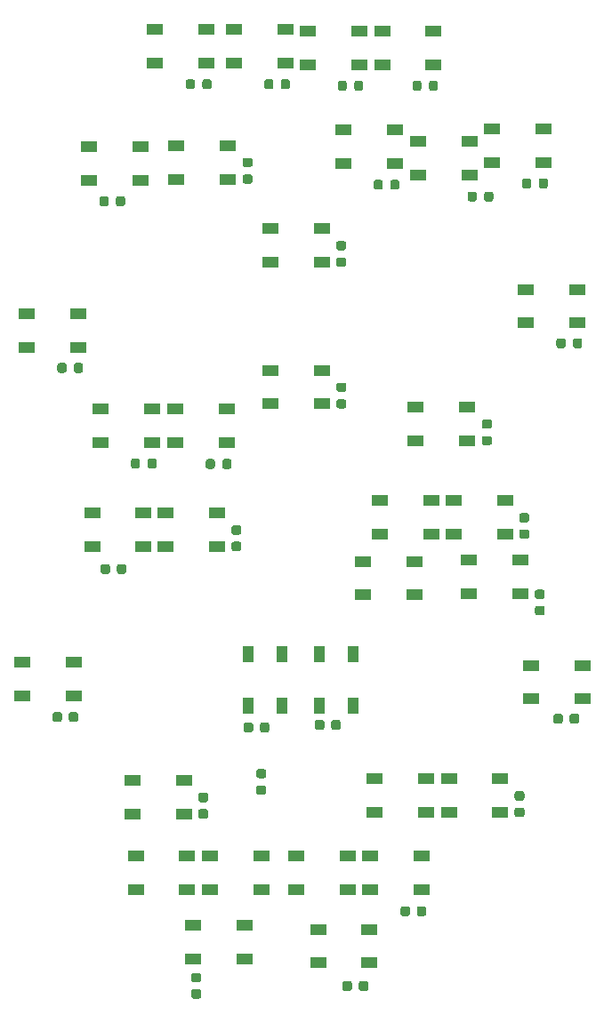
<source format=gbr>
%TF.GenerationSoftware,KiCad,Pcbnew,(5.1.10)-1*%
%TF.CreationDate,2021-11-16T18:51:37+11:00*%
%TF.ProjectId,SIM PWR PCB V3,53494d20-5057-4522-9050-43422056332e,rev?*%
%TF.SameCoordinates,Original*%
%TF.FileFunction,Paste,Top*%
%TF.FilePolarity,Positive*%
%FSLAX46Y46*%
G04 Gerber Fmt 4.6, Leading zero omitted, Abs format (unit mm)*
G04 Created by KiCad (PCBNEW (5.1.10)-1) date 2021-11-16 18:51:37*
%MOMM*%
%LPD*%
G01*
G04 APERTURE LIST*
%ADD10R,1.500000X1.000000*%
%ADD11R,1.000000X1.500000*%
G04 APERTURE END LIST*
%TO.C,C30*%
G36*
G01*
X243380000Y-143110000D02*
X243380000Y-142610000D01*
G75*
G02*
X243605000Y-142385000I225000J0D01*
G01*
X244055000Y-142385000D01*
G75*
G02*
X244280000Y-142610000I0J-225000D01*
G01*
X244280000Y-143110000D01*
G75*
G02*
X244055000Y-143335000I-225000J0D01*
G01*
X243605000Y-143335000D01*
G75*
G02*
X243380000Y-143110000I0J225000D01*
G01*
G37*
G36*
G01*
X241830000Y-143110000D02*
X241830000Y-142610000D01*
G75*
G02*
X242055000Y-142385000I225000J0D01*
G01*
X242505000Y-142385000D01*
G75*
G02*
X242730000Y-142610000I0J-225000D01*
G01*
X242730000Y-143110000D01*
G75*
G02*
X242505000Y-143335000I-225000J0D01*
G01*
X242055000Y-143335000D01*
G75*
G02*
X241830000Y-143110000I0J225000D01*
G01*
G37*
%TD*%
%TO.C,C29*%
G36*
G01*
X248900000Y-135975000D02*
X248900000Y-135475000D01*
G75*
G02*
X249125000Y-135250000I225000J0D01*
G01*
X249575000Y-135250000D01*
G75*
G02*
X249800000Y-135475000I0J-225000D01*
G01*
X249800000Y-135975000D01*
G75*
G02*
X249575000Y-136200000I-225000J0D01*
G01*
X249125000Y-136200000D01*
G75*
G02*
X248900000Y-135975000I0J225000D01*
G01*
G37*
G36*
G01*
X247350000Y-135975000D02*
X247350000Y-135475000D01*
G75*
G02*
X247575000Y-135250000I225000J0D01*
G01*
X248025000Y-135250000D01*
G75*
G02*
X248250000Y-135475000I0J-225000D01*
G01*
X248250000Y-135975000D01*
G75*
G02*
X248025000Y-136200000I-225000J0D01*
G01*
X247575000Y-136200000D01*
G75*
G02*
X247350000Y-135975000I0J225000D01*
G01*
G37*
%TD*%
%TO.C,C28*%
G36*
G01*
X228160000Y-142505000D02*
X227660000Y-142505000D01*
G75*
G02*
X227435000Y-142280000I0J225000D01*
G01*
X227435000Y-141830000D01*
G75*
G02*
X227660000Y-141605000I225000J0D01*
G01*
X228160000Y-141605000D01*
G75*
G02*
X228385000Y-141830000I0J-225000D01*
G01*
X228385000Y-142280000D01*
G75*
G02*
X228160000Y-142505000I-225000J0D01*
G01*
G37*
G36*
G01*
X228160000Y-144055000D02*
X227660000Y-144055000D01*
G75*
G02*
X227435000Y-143830000I0J225000D01*
G01*
X227435000Y-143380000D01*
G75*
G02*
X227660000Y-143155000I225000J0D01*
G01*
X228160000Y-143155000D01*
G75*
G02*
X228385000Y-143380000I0J-225000D01*
G01*
X228385000Y-143830000D01*
G75*
G02*
X228160000Y-144055000I-225000J0D01*
G01*
G37*
%TD*%
%TO.C,C27*%
G36*
G01*
X228325000Y-126000000D02*
X228825000Y-126000000D01*
G75*
G02*
X229050000Y-126225000I0J-225000D01*
G01*
X229050000Y-126675000D01*
G75*
G02*
X228825000Y-126900000I-225000J0D01*
G01*
X228325000Y-126900000D01*
G75*
G02*
X228100000Y-126675000I0J225000D01*
G01*
X228100000Y-126225000D01*
G75*
G02*
X228325000Y-126000000I225000J0D01*
G01*
G37*
G36*
G01*
X228325000Y-124450000D02*
X228825000Y-124450000D01*
G75*
G02*
X229050000Y-124675000I0J-225000D01*
G01*
X229050000Y-125125000D01*
G75*
G02*
X228825000Y-125350000I-225000J0D01*
G01*
X228325000Y-125350000D01*
G75*
G02*
X228100000Y-125125000I0J225000D01*
G01*
X228100000Y-124675000D01*
G75*
G02*
X228325000Y-124450000I225000J0D01*
G01*
G37*
%TD*%
%TO.C,C26*%
G36*
G01*
X215775000Y-117475000D02*
X215775000Y-116975000D01*
G75*
G02*
X216000000Y-116750000I225000J0D01*
G01*
X216450000Y-116750000D01*
G75*
G02*
X216675000Y-116975000I0J-225000D01*
G01*
X216675000Y-117475000D01*
G75*
G02*
X216450000Y-117700000I-225000J0D01*
G01*
X216000000Y-117700000D01*
G75*
G02*
X215775000Y-117475000I0J225000D01*
G01*
G37*
G36*
G01*
X214225000Y-117475000D02*
X214225000Y-116975000D01*
G75*
G02*
X214450000Y-116750000I225000J0D01*
G01*
X214900000Y-116750000D01*
G75*
G02*
X215125000Y-116975000I0J-225000D01*
G01*
X215125000Y-117475000D01*
G75*
G02*
X214900000Y-117700000I-225000J0D01*
G01*
X214450000Y-117700000D01*
G75*
G02*
X214225000Y-117475000I0J225000D01*
G01*
G37*
%TD*%
%TO.C,C25*%
G36*
G01*
X240100000Y-117725000D02*
X240100000Y-118225000D01*
G75*
G02*
X239875000Y-118450000I-225000J0D01*
G01*
X239425000Y-118450000D01*
G75*
G02*
X239200000Y-118225000I0J225000D01*
G01*
X239200000Y-117725000D01*
G75*
G02*
X239425000Y-117500000I225000J0D01*
G01*
X239875000Y-117500000D01*
G75*
G02*
X240100000Y-117725000I0J-225000D01*
G01*
G37*
G36*
G01*
X241650000Y-117725000D02*
X241650000Y-118225000D01*
G75*
G02*
X241425000Y-118450000I-225000J0D01*
G01*
X240975000Y-118450000D01*
G75*
G02*
X240750000Y-118225000I0J225000D01*
G01*
X240750000Y-117725000D01*
G75*
G02*
X240975000Y-117500000I225000J0D01*
G01*
X241425000Y-117500000D01*
G75*
G02*
X241650000Y-117725000I0J-225000D01*
G01*
G37*
%TD*%
%TO.C,C24*%
G36*
G01*
X233325000Y-117975000D02*
X233325000Y-118475000D01*
G75*
G02*
X233100000Y-118700000I-225000J0D01*
G01*
X232650000Y-118700000D01*
G75*
G02*
X232425000Y-118475000I0J225000D01*
G01*
X232425000Y-117975000D01*
G75*
G02*
X232650000Y-117750000I225000J0D01*
G01*
X233100000Y-117750000D01*
G75*
G02*
X233325000Y-117975000I0J-225000D01*
G01*
G37*
G36*
G01*
X234875000Y-117975000D02*
X234875000Y-118475000D01*
G75*
G02*
X234650000Y-118700000I-225000J0D01*
G01*
X234200000Y-118700000D01*
G75*
G02*
X233975000Y-118475000I0J225000D01*
G01*
X233975000Y-117975000D01*
G75*
G02*
X234200000Y-117750000I225000J0D01*
G01*
X234650000Y-117750000D01*
G75*
G02*
X234875000Y-117975000I0J-225000D01*
G01*
G37*
%TD*%
%TO.C,C23*%
G36*
G01*
X258425000Y-125850000D02*
X258925000Y-125850000D01*
G75*
G02*
X259150000Y-126075000I0J-225000D01*
G01*
X259150000Y-126525000D01*
G75*
G02*
X258925000Y-126750000I-225000J0D01*
G01*
X258425000Y-126750000D01*
G75*
G02*
X258200000Y-126525000I0J225000D01*
G01*
X258200000Y-126075000D01*
G75*
G02*
X258425000Y-125850000I225000J0D01*
G01*
G37*
G36*
G01*
X258425000Y-124300000D02*
X258925000Y-124300000D01*
G75*
G02*
X259150000Y-124525000I0J-225000D01*
G01*
X259150000Y-124975000D01*
G75*
G02*
X258925000Y-125200000I-225000J0D01*
G01*
X258425000Y-125200000D01*
G75*
G02*
X258200000Y-124975000I0J225000D01*
G01*
X258200000Y-124525000D01*
G75*
G02*
X258425000Y-124300000I225000J0D01*
G01*
G37*
%TD*%
%TO.C,C22*%
G36*
G01*
X263450000Y-117640000D02*
X263450000Y-117140000D01*
G75*
G02*
X263675000Y-116915000I225000J0D01*
G01*
X264125000Y-116915000D01*
G75*
G02*
X264350000Y-117140000I0J-225000D01*
G01*
X264350000Y-117640000D01*
G75*
G02*
X264125000Y-117865000I-225000J0D01*
G01*
X263675000Y-117865000D01*
G75*
G02*
X263450000Y-117640000I0J225000D01*
G01*
G37*
G36*
G01*
X261900000Y-117640000D02*
X261900000Y-117140000D01*
G75*
G02*
X262125000Y-116915000I225000J0D01*
G01*
X262575000Y-116915000D01*
G75*
G02*
X262800000Y-117140000I0J-225000D01*
G01*
X262800000Y-117640000D01*
G75*
G02*
X262575000Y-117865000I-225000J0D01*
G01*
X262125000Y-117865000D01*
G75*
G02*
X261900000Y-117640000I0J225000D01*
G01*
G37*
%TD*%
%TO.C,C21*%
G36*
G01*
X260860000Y-105990000D02*
X260360000Y-105990000D01*
G75*
G02*
X260135000Y-105765000I0J225000D01*
G01*
X260135000Y-105315000D01*
G75*
G02*
X260360000Y-105090000I225000J0D01*
G01*
X260860000Y-105090000D01*
G75*
G02*
X261085000Y-105315000I0J-225000D01*
G01*
X261085000Y-105765000D01*
G75*
G02*
X260860000Y-105990000I-225000J0D01*
G01*
G37*
G36*
G01*
X260860000Y-107540000D02*
X260360000Y-107540000D01*
G75*
G02*
X260135000Y-107315000I0J225000D01*
G01*
X260135000Y-106865000D01*
G75*
G02*
X260360000Y-106640000I225000J0D01*
G01*
X260860000Y-106640000D01*
G75*
G02*
X261085000Y-106865000I0J-225000D01*
G01*
X261085000Y-107315000D01*
G75*
G02*
X260860000Y-107540000I-225000J0D01*
G01*
G37*
%TD*%
%TO.C,C20*%
G36*
G01*
X258875000Y-99350000D02*
X259375000Y-99350000D01*
G75*
G02*
X259600000Y-99575000I0J-225000D01*
G01*
X259600000Y-100025000D01*
G75*
G02*
X259375000Y-100250000I-225000J0D01*
G01*
X258875000Y-100250000D01*
G75*
G02*
X258650000Y-100025000I0J225000D01*
G01*
X258650000Y-99575000D01*
G75*
G02*
X258875000Y-99350000I225000J0D01*
G01*
G37*
G36*
G01*
X258875000Y-97800000D02*
X259375000Y-97800000D01*
G75*
G02*
X259600000Y-98025000I0J-225000D01*
G01*
X259600000Y-98475000D01*
G75*
G02*
X259375000Y-98700000I-225000J0D01*
G01*
X258875000Y-98700000D01*
G75*
G02*
X258650000Y-98475000I0J225000D01*
G01*
X258650000Y-98025000D01*
G75*
G02*
X258875000Y-97800000I225000J0D01*
G01*
G37*
%TD*%
%TO.C,C19*%
G36*
G01*
X231475000Y-100525000D02*
X231975000Y-100525000D01*
G75*
G02*
X232200000Y-100750000I0J-225000D01*
G01*
X232200000Y-101200000D01*
G75*
G02*
X231975000Y-101425000I-225000J0D01*
G01*
X231475000Y-101425000D01*
G75*
G02*
X231250000Y-101200000I0J225000D01*
G01*
X231250000Y-100750000D01*
G75*
G02*
X231475000Y-100525000I225000J0D01*
G01*
G37*
G36*
G01*
X231475000Y-98975000D02*
X231975000Y-98975000D01*
G75*
G02*
X232200000Y-99200000I0J-225000D01*
G01*
X232200000Y-99650000D01*
G75*
G02*
X231975000Y-99875000I-225000J0D01*
G01*
X231475000Y-99875000D01*
G75*
G02*
X231250000Y-99650000I0J225000D01*
G01*
X231250000Y-99200000D01*
G75*
G02*
X231475000Y-98975000I225000J0D01*
G01*
G37*
%TD*%
%TO.C,C18*%
G36*
G01*
X220350000Y-103375000D02*
X220350000Y-102875000D01*
G75*
G02*
X220575000Y-102650000I225000J0D01*
G01*
X221025000Y-102650000D01*
G75*
G02*
X221250000Y-102875000I0J-225000D01*
G01*
X221250000Y-103375000D01*
G75*
G02*
X221025000Y-103600000I-225000J0D01*
G01*
X220575000Y-103600000D01*
G75*
G02*
X220350000Y-103375000I0J225000D01*
G01*
G37*
G36*
G01*
X218800000Y-103375000D02*
X218800000Y-102875000D01*
G75*
G02*
X219025000Y-102650000I225000J0D01*
G01*
X219475000Y-102650000D01*
G75*
G02*
X219700000Y-102875000I0J-225000D01*
G01*
X219700000Y-103375000D01*
G75*
G02*
X219475000Y-103600000I-225000J0D01*
G01*
X219025000Y-103600000D01*
G75*
G02*
X218800000Y-103375000I0J225000D01*
G01*
G37*
%TD*%
D10*
%TO.C,D35*%
X239500000Y-137450000D03*
X239500000Y-140650000D03*
X244400000Y-137450000D03*
X244400000Y-140650000D03*
%TD*%
%TO.C,D34*%
X244450000Y-130500000D03*
X244450000Y-133700000D03*
X249350000Y-130500000D03*
X249350000Y-133700000D03*
%TD*%
%TO.C,R1*%
G36*
G01*
X233834750Y-123753000D02*
X234347250Y-123753000D01*
G75*
G02*
X234566000Y-123971750I0J-218750D01*
G01*
X234566000Y-124409250D01*
G75*
G02*
X234347250Y-124628000I-218750J0D01*
G01*
X233834750Y-124628000D01*
G75*
G02*
X233616000Y-124409250I0J218750D01*
G01*
X233616000Y-123971750D01*
G75*
G02*
X233834750Y-123753000I218750J0D01*
G01*
G37*
G36*
G01*
X233834750Y-122178000D02*
X234347250Y-122178000D01*
G75*
G02*
X234566000Y-122396750I0J-218750D01*
G01*
X234566000Y-122834250D01*
G75*
G02*
X234347250Y-123053000I-218750J0D01*
G01*
X233834750Y-123053000D01*
G75*
G02*
X233616000Y-122834250I0J218750D01*
G01*
X233616000Y-122396750D01*
G75*
G02*
X233834750Y-122178000I218750J0D01*
G01*
G37*
%TD*%
%TO.C,C17*%
G36*
G01*
X223262000Y-93331250D02*
X223262000Y-92818750D01*
G75*
G02*
X223480750Y-92600000I218750J0D01*
G01*
X223918250Y-92600000D01*
G75*
G02*
X224137000Y-92818750I0J-218750D01*
G01*
X224137000Y-93331250D01*
G75*
G02*
X223918250Y-93550000I-218750J0D01*
G01*
X223480750Y-93550000D01*
G75*
G02*
X223262000Y-93331250I0J218750D01*
G01*
G37*
G36*
G01*
X221687000Y-93331250D02*
X221687000Y-92818750D01*
G75*
G02*
X221905750Y-92600000I218750J0D01*
G01*
X222343250Y-92600000D01*
G75*
G02*
X222562000Y-92818750I0J-218750D01*
G01*
X222562000Y-93331250D01*
G75*
G02*
X222343250Y-93550000I-218750J0D01*
G01*
X221905750Y-93550000D01*
G75*
G02*
X221687000Y-93331250I0J218750D01*
G01*
G37*
%TD*%
%TO.C,C16*%
G36*
G01*
X230388000Y-93381250D02*
X230388000Y-92868750D01*
G75*
G02*
X230606750Y-92650000I218750J0D01*
G01*
X231044250Y-92650000D01*
G75*
G02*
X231263000Y-92868750I0J-218750D01*
G01*
X231263000Y-93381250D01*
G75*
G02*
X231044250Y-93600000I-218750J0D01*
G01*
X230606750Y-93600000D01*
G75*
G02*
X230388000Y-93381250I0J218750D01*
G01*
G37*
G36*
G01*
X228813000Y-93381250D02*
X228813000Y-92868750D01*
G75*
G02*
X229031750Y-92650000I218750J0D01*
G01*
X229469250Y-92650000D01*
G75*
G02*
X229688000Y-92868750I0J-218750D01*
G01*
X229688000Y-93381250D01*
G75*
G02*
X229469250Y-93600000I-218750J0D01*
G01*
X229031750Y-93600000D01*
G75*
G02*
X228813000Y-93381250I0J218750D01*
G01*
G37*
%TD*%
%TO.C,C15*%
G36*
G01*
X255318750Y-90462500D02*
X255831250Y-90462500D01*
G75*
G02*
X256050000Y-90681250I0J-218750D01*
G01*
X256050000Y-91118750D01*
G75*
G02*
X255831250Y-91337500I-218750J0D01*
G01*
X255318750Y-91337500D01*
G75*
G02*
X255100000Y-91118750I0J218750D01*
G01*
X255100000Y-90681250D01*
G75*
G02*
X255318750Y-90462500I218750J0D01*
G01*
G37*
G36*
G01*
X255318750Y-88887500D02*
X255831250Y-88887500D01*
G75*
G02*
X256050000Y-89106250I0J-218750D01*
G01*
X256050000Y-89543750D01*
G75*
G02*
X255831250Y-89762500I-218750J0D01*
G01*
X255318750Y-89762500D01*
G75*
G02*
X255100000Y-89543750I0J218750D01*
G01*
X255100000Y-89106250D01*
G75*
G02*
X255318750Y-88887500I218750J0D01*
G01*
G37*
%TD*%
%TO.C,C14*%
G36*
G01*
X241468750Y-86962500D02*
X241981250Y-86962500D01*
G75*
G02*
X242200000Y-87181250I0J-218750D01*
G01*
X242200000Y-87618750D01*
G75*
G02*
X241981250Y-87837500I-218750J0D01*
G01*
X241468750Y-87837500D01*
G75*
G02*
X241250000Y-87618750I0J218750D01*
G01*
X241250000Y-87181250D01*
G75*
G02*
X241468750Y-86962500I218750J0D01*
G01*
G37*
G36*
G01*
X241468750Y-85387500D02*
X241981250Y-85387500D01*
G75*
G02*
X242200000Y-85606250I0J-218750D01*
G01*
X242200000Y-86043750D01*
G75*
G02*
X241981250Y-86262500I-218750J0D01*
G01*
X241468750Y-86262500D01*
G75*
G02*
X241250000Y-86043750I0J218750D01*
G01*
X241250000Y-85606250D01*
G75*
G02*
X241468750Y-85387500I218750J0D01*
G01*
G37*
%TD*%
%TO.C,C13*%
G36*
G01*
X263762000Y-81881250D02*
X263762000Y-81368750D01*
G75*
G02*
X263980750Y-81150000I218750J0D01*
G01*
X264418250Y-81150000D01*
G75*
G02*
X264637000Y-81368750I0J-218750D01*
G01*
X264637000Y-81881250D01*
G75*
G02*
X264418250Y-82100000I-218750J0D01*
G01*
X263980750Y-82100000D01*
G75*
G02*
X263762000Y-81881250I0J218750D01*
G01*
G37*
G36*
G01*
X262187000Y-81881250D02*
X262187000Y-81368750D01*
G75*
G02*
X262405750Y-81150000I218750J0D01*
G01*
X262843250Y-81150000D01*
G75*
G02*
X263062000Y-81368750I0J-218750D01*
G01*
X263062000Y-81881250D01*
G75*
G02*
X262843250Y-82100000I-218750J0D01*
G01*
X262405750Y-82100000D01*
G75*
G02*
X262187000Y-81881250I0J218750D01*
G01*
G37*
%TD*%
%TO.C,C12*%
G36*
G01*
X216262000Y-84231250D02*
X216262000Y-83718750D01*
G75*
G02*
X216480750Y-83500000I218750J0D01*
G01*
X216918250Y-83500000D01*
G75*
G02*
X217137000Y-83718750I0J-218750D01*
G01*
X217137000Y-84231250D01*
G75*
G02*
X216918250Y-84450000I-218750J0D01*
G01*
X216480750Y-84450000D01*
G75*
G02*
X216262000Y-84231250I0J218750D01*
G01*
G37*
G36*
G01*
X214687000Y-84231250D02*
X214687000Y-83718750D01*
G75*
G02*
X214905750Y-83500000I218750J0D01*
G01*
X215343250Y-83500000D01*
G75*
G02*
X215562000Y-83718750I0J-218750D01*
G01*
X215562000Y-84231250D01*
G75*
G02*
X215343250Y-84450000I-218750J0D01*
G01*
X214905750Y-84450000D01*
G75*
G02*
X214687000Y-84231250I0J218750D01*
G01*
G37*
%TD*%
%TO.C,C11*%
G36*
G01*
X260500000Y-66656250D02*
X260500000Y-66143750D01*
G75*
G02*
X260718750Y-65925000I218750J0D01*
G01*
X261156250Y-65925000D01*
G75*
G02*
X261375000Y-66143750I0J-218750D01*
G01*
X261375000Y-66656250D01*
G75*
G02*
X261156250Y-66875000I-218750J0D01*
G01*
X260718750Y-66875000D01*
G75*
G02*
X260500000Y-66656250I0J218750D01*
G01*
G37*
G36*
G01*
X258925000Y-66656250D02*
X258925000Y-66143750D01*
G75*
G02*
X259143750Y-65925000I218750J0D01*
G01*
X259581250Y-65925000D01*
G75*
G02*
X259800000Y-66143750I0J-218750D01*
G01*
X259800000Y-66656250D01*
G75*
G02*
X259581250Y-66875000I-218750J0D01*
G01*
X259143750Y-66875000D01*
G75*
G02*
X258925000Y-66656250I0J218750D01*
G01*
G37*
%TD*%
%TO.C,C10*%
G36*
G01*
X254612000Y-67393750D02*
X254612000Y-67906250D01*
G75*
G02*
X254393250Y-68125000I-218750J0D01*
G01*
X253955750Y-68125000D01*
G75*
G02*
X253737000Y-67906250I0J218750D01*
G01*
X253737000Y-67393750D01*
G75*
G02*
X253955750Y-67175000I218750J0D01*
G01*
X254393250Y-67175000D01*
G75*
G02*
X254612000Y-67393750I0J-218750D01*
G01*
G37*
G36*
G01*
X256187000Y-67393750D02*
X256187000Y-67906250D01*
G75*
G02*
X255968250Y-68125000I-218750J0D01*
G01*
X255530750Y-68125000D01*
G75*
G02*
X255312000Y-67906250I0J218750D01*
G01*
X255312000Y-67393750D01*
G75*
G02*
X255530750Y-67175000I218750J0D01*
G01*
X255968250Y-67175000D01*
G75*
G02*
X256187000Y-67393750I0J-218750D01*
G01*
G37*
%TD*%
%TO.C,C9*%
G36*
G01*
X246362000Y-66781250D02*
X246362000Y-66268750D01*
G75*
G02*
X246580750Y-66050000I218750J0D01*
G01*
X247018250Y-66050000D01*
G75*
G02*
X247237000Y-66268750I0J-218750D01*
G01*
X247237000Y-66781250D01*
G75*
G02*
X247018250Y-67000000I-218750J0D01*
G01*
X246580750Y-67000000D01*
G75*
G02*
X246362000Y-66781250I0J218750D01*
G01*
G37*
G36*
G01*
X244787000Y-66781250D02*
X244787000Y-66268750D01*
G75*
G02*
X245005750Y-66050000I218750J0D01*
G01*
X245443250Y-66050000D01*
G75*
G02*
X245662000Y-66268750I0J-218750D01*
G01*
X245662000Y-66781250D01*
G75*
G02*
X245443250Y-67000000I-218750J0D01*
G01*
X245005750Y-67000000D01*
G75*
G02*
X244787000Y-66781250I0J218750D01*
G01*
G37*
%TD*%
%TO.C,C8*%
G36*
G01*
X241443750Y-73462500D02*
X241956250Y-73462500D01*
G75*
G02*
X242175000Y-73681250I0J-218750D01*
G01*
X242175000Y-74118750D01*
G75*
G02*
X241956250Y-74337500I-218750J0D01*
G01*
X241443750Y-74337500D01*
G75*
G02*
X241225000Y-74118750I0J218750D01*
G01*
X241225000Y-73681250D01*
G75*
G02*
X241443750Y-73462500I218750J0D01*
G01*
G37*
G36*
G01*
X241443750Y-71887500D02*
X241956250Y-71887500D01*
G75*
G02*
X242175000Y-72106250I0J-218750D01*
G01*
X242175000Y-72543750D01*
G75*
G02*
X241956250Y-72762500I-218750J0D01*
G01*
X241443750Y-72762500D01*
G75*
G02*
X241225000Y-72543750I0J218750D01*
G01*
X241225000Y-72106250D01*
G75*
G02*
X241443750Y-71887500I218750J0D01*
G01*
G37*
%TD*%
%TO.C,C7*%
G36*
G01*
X232543750Y-65537500D02*
X233056250Y-65537500D01*
G75*
G02*
X233275000Y-65756250I0J-218750D01*
G01*
X233275000Y-66193750D01*
G75*
G02*
X233056250Y-66412500I-218750J0D01*
G01*
X232543750Y-66412500D01*
G75*
G02*
X232325000Y-66193750I0J218750D01*
G01*
X232325000Y-65756250D01*
G75*
G02*
X232543750Y-65537500I218750J0D01*
G01*
G37*
G36*
G01*
X232543750Y-63962500D02*
X233056250Y-63962500D01*
G75*
G02*
X233275000Y-64181250I0J-218750D01*
G01*
X233275000Y-64618750D01*
G75*
G02*
X233056250Y-64837500I-218750J0D01*
G01*
X232543750Y-64837500D01*
G75*
G02*
X232325000Y-64618750I0J218750D01*
G01*
X232325000Y-64181250D01*
G75*
G02*
X232543750Y-63962500I218750J0D01*
G01*
G37*
%TD*%
%TO.C,C6*%
G36*
G01*
X220262000Y-68356250D02*
X220262000Y-67843750D01*
G75*
G02*
X220480750Y-67625000I218750J0D01*
G01*
X220918250Y-67625000D01*
G75*
G02*
X221137000Y-67843750I0J-218750D01*
G01*
X221137000Y-68356250D01*
G75*
G02*
X220918250Y-68575000I-218750J0D01*
G01*
X220480750Y-68575000D01*
G75*
G02*
X220262000Y-68356250I0J218750D01*
G01*
G37*
G36*
G01*
X218687000Y-68356250D02*
X218687000Y-67843750D01*
G75*
G02*
X218905750Y-67625000I218750J0D01*
G01*
X219343250Y-67625000D01*
G75*
G02*
X219562000Y-67843750I0J-218750D01*
G01*
X219562000Y-68356250D01*
G75*
G02*
X219343250Y-68575000I-218750J0D01*
G01*
X218905750Y-68575000D01*
G75*
G02*
X218687000Y-68356250I0J218750D01*
G01*
G37*
%TD*%
%TO.C,C5*%
G36*
G01*
X250050000Y-57356250D02*
X250050000Y-56843750D01*
G75*
G02*
X250268750Y-56625000I218750J0D01*
G01*
X250706250Y-56625000D01*
G75*
G02*
X250925000Y-56843750I0J-218750D01*
G01*
X250925000Y-57356250D01*
G75*
G02*
X250706250Y-57575000I-218750J0D01*
G01*
X250268750Y-57575000D01*
G75*
G02*
X250050000Y-57356250I0J218750D01*
G01*
G37*
G36*
G01*
X248475000Y-57356250D02*
X248475000Y-56843750D01*
G75*
G02*
X248693750Y-56625000I218750J0D01*
G01*
X249131250Y-56625000D01*
G75*
G02*
X249350000Y-56843750I0J-218750D01*
G01*
X249350000Y-57356250D01*
G75*
G02*
X249131250Y-57575000I-218750J0D01*
G01*
X248693750Y-57575000D01*
G75*
G02*
X248475000Y-57356250I0J218750D01*
G01*
G37*
%TD*%
%TO.C,C4*%
G36*
G01*
X242938000Y-57356250D02*
X242938000Y-56843750D01*
G75*
G02*
X243156750Y-56625000I218750J0D01*
G01*
X243594250Y-56625000D01*
G75*
G02*
X243813000Y-56843750I0J-218750D01*
G01*
X243813000Y-57356250D01*
G75*
G02*
X243594250Y-57575000I-218750J0D01*
G01*
X243156750Y-57575000D01*
G75*
G02*
X242938000Y-57356250I0J218750D01*
G01*
G37*
G36*
G01*
X241363000Y-57356250D02*
X241363000Y-56843750D01*
G75*
G02*
X241581750Y-56625000I218750J0D01*
G01*
X242019250Y-56625000D01*
G75*
G02*
X242238000Y-56843750I0J-218750D01*
G01*
X242238000Y-57356250D01*
G75*
G02*
X242019250Y-57575000I-218750J0D01*
G01*
X241581750Y-57575000D01*
G75*
G02*
X241363000Y-57356250I0J218750D01*
G01*
G37*
%TD*%
%TO.C,C3*%
G36*
G01*
X235950000Y-57206250D02*
X235950000Y-56693750D01*
G75*
G02*
X236168750Y-56475000I218750J0D01*
G01*
X236606250Y-56475000D01*
G75*
G02*
X236825000Y-56693750I0J-218750D01*
G01*
X236825000Y-57206250D01*
G75*
G02*
X236606250Y-57425000I-218750J0D01*
G01*
X236168750Y-57425000D01*
G75*
G02*
X235950000Y-57206250I0J218750D01*
G01*
G37*
G36*
G01*
X234375000Y-57206250D02*
X234375000Y-56693750D01*
G75*
G02*
X234593750Y-56475000I218750J0D01*
G01*
X235031250Y-56475000D01*
G75*
G02*
X235250000Y-56693750I0J-218750D01*
G01*
X235250000Y-57206250D01*
G75*
G02*
X235031250Y-57425000I-218750J0D01*
G01*
X234593750Y-57425000D01*
G75*
G02*
X234375000Y-57206250I0J218750D01*
G01*
G37*
%TD*%
%TO.C,C2*%
G36*
G01*
X228488000Y-57206250D02*
X228488000Y-56693750D01*
G75*
G02*
X228706750Y-56475000I218750J0D01*
G01*
X229144250Y-56475000D01*
G75*
G02*
X229363000Y-56693750I0J-218750D01*
G01*
X229363000Y-57206250D01*
G75*
G02*
X229144250Y-57425000I-218750J0D01*
G01*
X228706750Y-57425000D01*
G75*
G02*
X228488000Y-57206250I0J218750D01*
G01*
G37*
G36*
G01*
X226913000Y-57206250D02*
X226913000Y-56693750D01*
G75*
G02*
X227131750Y-56475000I218750J0D01*
G01*
X227569250Y-56475000D01*
G75*
G02*
X227788000Y-56693750I0J-218750D01*
G01*
X227788000Y-57206250D01*
G75*
G02*
X227569250Y-57425000I-218750J0D01*
G01*
X227131750Y-57425000D01*
G75*
G02*
X226913000Y-57206250I0J218750D01*
G01*
G37*
%TD*%
%TO.C,D33*%
X237450000Y-130500000D03*
X237450000Y-133700000D03*
X242350000Y-130500000D03*
X242350000Y-133700000D03*
%TD*%
%TO.C,D32*%
X227600000Y-137050000D03*
X227600000Y-140250000D03*
X232500000Y-137050000D03*
X232500000Y-140250000D03*
%TD*%
%TO.C,D31*%
X229200000Y-130500000D03*
X229200000Y-133700000D03*
X234100000Y-130500000D03*
X234100000Y-133700000D03*
%TD*%
%TO.C,D30*%
X222150000Y-130500000D03*
X222150000Y-133700000D03*
X227050000Y-130500000D03*
X227050000Y-133700000D03*
%TD*%
%TO.C,D29*%
X211350000Y-112000000D03*
X211350000Y-115200000D03*
X216250000Y-112000000D03*
X216250000Y-115200000D03*
%TD*%
%TO.C,D28*%
X221850000Y-123250000D03*
X221850000Y-126450000D03*
X226750000Y-123250000D03*
X226750000Y-126450000D03*
%TD*%
D11*
%TO.C,D27*%
X236050000Y-111250000D03*
X232850000Y-111250000D03*
X236050000Y-116150000D03*
X232850000Y-116150000D03*
%TD*%
%TO.C,D26*%
X242850000Y-111250000D03*
X239650000Y-111250000D03*
X242850000Y-116150000D03*
X239650000Y-116150000D03*
%TD*%
D10*
%TO.C,D25*%
X244900000Y-123100000D03*
X244900000Y-126300000D03*
X249800000Y-123100000D03*
X249800000Y-126300000D03*
%TD*%
%TO.C,D24*%
X251950000Y-123100000D03*
X251950000Y-126300000D03*
X256850000Y-123100000D03*
X256850000Y-126300000D03*
%TD*%
%TO.C,D23*%
X259750000Y-112300000D03*
X259750000Y-115500000D03*
X264650000Y-112300000D03*
X264650000Y-115500000D03*
%TD*%
%TO.C,D22*%
X253850000Y-102300000D03*
X253850000Y-105500000D03*
X258750000Y-102300000D03*
X258750000Y-105500000D03*
%TD*%
%TO.C,D21*%
X243800000Y-102400000D03*
X243800000Y-105600000D03*
X248700000Y-102400000D03*
X248700000Y-105600000D03*
%TD*%
%TO.C,D20*%
X252400000Y-96600000D03*
X252400000Y-99800000D03*
X257300000Y-96600000D03*
X257300000Y-99800000D03*
%TD*%
%TO.C,D19*%
X245400000Y-96600000D03*
X245400000Y-99800000D03*
X250300000Y-96600000D03*
X250300000Y-99800000D03*
%TD*%
%TO.C,D18*%
X225000000Y-97800000D03*
X225000000Y-101000000D03*
X229900000Y-97800000D03*
X229900000Y-101000000D03*
%TD*%
%TO.C,D17*%
X218000000Y-97800000D03*
X218000000Y-101000000D03*
X222900000Y-97800000D03*
X222900000Y-101000000D03*
%TD*%
%TO.C,D16*%
X211800000Y-78800000D03*
X211800000Y-82000000D03*
X216700000Y-78800000D03*
X216700000Y-82000000D03*
%TD*%
%TO.C,D15*%
X218800000Y-87900000D03*
X218800000Y-91100000D03*
X223700000Y-87900000D03*
X223700000Y-91100000D03*
%TD*%
%TO.C,D14*%
X225900000Y-87900000D03*
X225900000Y-91100000D03*
X230800000Y-87900000D03*
X230800000Y-91100000D03*
%TD*%
%TO.C,D13*%
X235000000Y-84200000D03*
X235000000Y-87400000D03*
X239900000Y-84200000D03*
X239900000Y-87400000D03*
%TD*%
%TO.C,D12*%
X248800000Y-87700000D03*
X248800000Y-90900000D03*
X253700000Y-87700000D03*
X253700000Y-90900000D03*
%TD*%
%TO.C,D11*%
X259300000Y-76500000D03*
X259300000Y-79700000D03*
X264200000Y-76500000D03*
X264200000Y-79700000D03*
%TD*%
%TO.C,D10*%
X256050000Y-61200000D03*
X256050000Y-64400000D03*
X260950000Y-61200000D03*
X260950000Y-64400000D03*
%TD*%
%TO.C,D9*%
X249000000Y-62400000D03*
X249000000Y-65600000D03*
X253900000Y-62400000D03*
X253900000Y-65600000D03*
%TD*%
%TO.C,D8*%
X241900000Y-61300000D03*
X241900000Y-64500000D03*
X246800000Y-61300000D03*
X246800000Y-64500000D03*
%TD*%
%TO.C,D7*%
X234950000Y-70700000D03*
X234950000Y-73900000D03*
X239850000Y-70700000D03*
X239850000Y-73900000D03*
%TD*%
%TO.C,D6*%
X226000000Y-62800000D03*
X226000000Y-66000000D03*
X230900000Y-62800000D03*
X230900000Y-66000000D03*
%TD*%
%TO.C,D5*%
X217700000Y-62900000D03*
X217700000Y-66100000D03*
X222600000Y-62900000D03*
X222600000Y-66100000D03*
%TD*%
%TO.C,D4*%
X245600000Y-51900000D03*
X245600000Y-55100000D03*
X250500000Y-51900000D03*
X250500000Y-55100000D03*
%TD*%
%TO.C,D3*%
X238500000Y-51900000D03*
X238500000Y-55100000D03*
X243400000Y-51900000D03*
X243400000Y-55100000D03*
%TD*%
%TO.C,D2*%
X231500000Y-51700000D03*
X231500000Y-54900000D03*
X236400000Y-51700000D03*
X236400000Y-54900000D03*
%TD*%
%TO.C,D1*%
X223950000Y-51700000D03*
X223950000Y-54900000D03*
X228850000Y-51700000D03*
X228850000Y-54900000D03*
%TD*%
M02*

</source>
